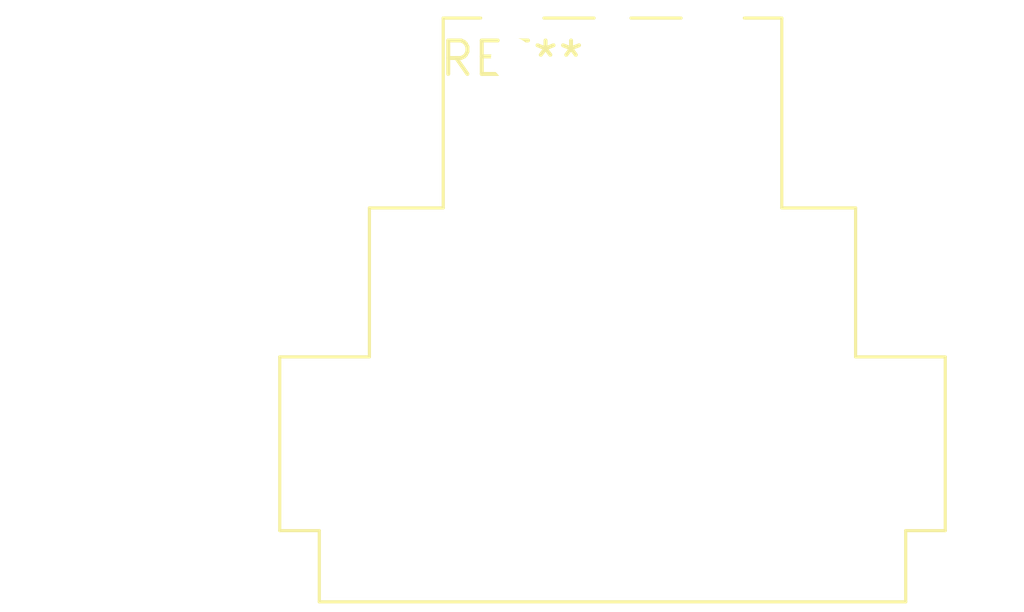
<source format=kicad_pcb>
(kicad_pcb (version 20240108) (generator pcbnew)
  (layers (0 "F.Cu" signal) (31 "B.Cu" signal) (34 "B.Paste" user) (35 "F.Paste" user) (36 "B.SilkS" user "B.Silkscreen") (37 "F.SilkS" user "F.Silkscreen") (38 "B.Mask" user) (39 "F.Mask" user) (44 "Edge.Cuts" user))
  (net 0 "")
  (footprint "Jack_XLR_Neutrik_NC3MBH-E_Horizontal" (layer "F.Cu") (at 0 0)
    (property "Reference" "REF**")
    (property "Value" "Jack_XLR_Neutrik_NC3MBH-E_Horizontal")
    (fp_line (start -8.81 11.31) (end -5.41 11.31) (layer "F.SilkS") (stroke (width 0.12)))
    (fp_line (start -8.81 17.9) (end -8.81 11.31) (layer "F.SilkS") (stroke (width 0.12)))
    (fp_line (start -7.31 17.9) (end -8.81 17.9) (layer "F.SilkS") (stroke (width 0.12)))
    (fp_line (start -7.31 17.9) (end -7.31 20.6) (layer "F.SilkS") (stroke (width 0.12)))
    (fp_line (start -5.41 11.31) (end -5.41 5.66) (layer "F.SilkS") (stroke (width 0.12)))
    (fp_line (start -2.61 5.66) (end -5.41 5.66) (layer "F.SilkS") (stroke (width 0.12)))
    (fp_line (start -2.61 5.66) (end -2.61 -1.54) (layer "F.SilkS") (stroke (width 0.12)))
    (fp_line (start -1.19 -1.54) (end -2.61 -1.54) (layer "F.SilkS") (stroke (width 0.12)))
    (fp_line (start 3.11 -1.54) (end 1.21 -1.54) (layer "F.SilkS") (stroke (width 0.12)))
    (fp_line (start 4.51 -1.54) (end 6.41 -1.54) (layer "F.SilkS") (stroke (width 0.12)))
    (fp_line (start 10.23 -1.54) (end 8.81 -1.54) (layer "F.SilkS") (stroke (width 0.12)))
    (fp_line (start 10.23 5.66) (end 10.23 -1.54) (layer "F.SilkS") (stroke (width 0.12)))
    (fp_line (start 10.23 5.66) (end 13.03 5.66) (layer "F.SilkS") (stroke (width 0.12)))
    (fp_line (start 13.03 11.31) (end 13.03 5.66) (layer "F.SilkS") (stroke (width 0.12)))
    (fp_line (start 13.03 11.31) (end 16.43 11.31) (layer "F.SilkS") (stroke (width 0.12)))
    (fp_line (start 14.93 17.9) (end 14.93 20.6) (layer "F.SilkS") (stroke (width 0.12)))
    (fp_line (start 14.93 20.6) (end -7.31 20.6) (layer "F.SilkS") (stroke (width 0.12)))
    (fp_line (start 16.43 17.9) (end 14.93 17.9) (layer "F.SilkS") (stroke (width 0.12)))
    (fp_line (start 16.43 17.9) (end 16.43 11.31) (layer "F.SilkS") (stroke (width 0.12)))
    (pad "" np_thru_hole circle (at 0 8.89) (size 1.6 1.6) (drill 1.6) (layers *.Cu *.Mask))
    (pad "" np_thru_hole circle (at 7.62 13.97) (size 1.6 1.6) (drill 1.6) (layers *.Cu *.Mask))
    (pad "1" thru_hole circle (at 0 0) (size 3.4 3.4) (drill 1.6) (layers *.Cu *.Mask) (remove_unused_layers))
    (pad "2" thru_hole circle (at 7.62 0) (size 3.4 3.4) (drill 1.6) (layers *.Cu *.Mask) (remove_unused_layers))
    (pad "3" thru_hole circle (at 3.81 0) (size 2.9 2.9) (drill 1.2) (layers *.Cu *.Mask) (remove_unused_layers))
    (pad "G" thru_hole circle (at 3.81 5.08) (size 2.9 2.9) (drill 1.2) (layers *.Cu *.Mask) (remove_unused_layers))
  )
)
</source>
